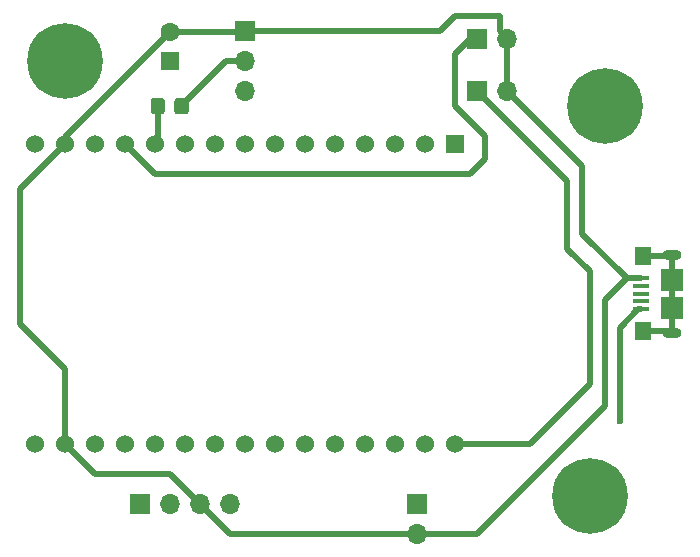
<source format=gbr>
%TF.GenerationSoftware,KiCad,Pcbnew,5.1.10*%
%TF.CreationDate,2021-10-27T21:54:33+02:00*%
%TF.ProjectId,JeanCloud_pcb_regular,4a65616e-436c-46f7-9564-5f7063625f72,rev?*%
%TF.SameCoordinates,Original*%
%TF.FileFunction,Copper,L1,Top*%
%TF.FilePolarity,Positive*%
%FSLAX46Y46*%
G04 Gerber Fmt 4.6, Leading zero omitted, Abs format (unit mm)*
G04 Created by KiCad (PCBNEW 5.1.10) date 2021-10-27 21:54:33*
%MOMM*%
%LPD*%
G01*
G04 APERTURE LIST*
%TA.AperFunction,ComponentPad*%
%ADD10C,6.400000*%
%TD*%
%TA.AperFunction,ComponentPad*%
%ADD11R,1.524000X1.524000*%
%TD*%
%TA.AperFunction,ComponentPad*%
%ADD12C,1.524000*%
%TD*%
%TA.AperFunction,SMDPad,CuDef*%
%ADD13R,1.350000X0.400000*%
%TD*%
%TA.AperFunction,ComponentPad*%
%ADD14O,1.600000X0.900000*%
%TD*%
%TA.AperFunction,SMDPad,CuDef*%
%ADD15R,1.400000X1.600000*%
%TD*%
%TA.AperFunction,SMDPad,CuDef*%
%ADD16R,1.900000X1.900000*%
%TD*%
%TA.AperFunction,ComponentPad*%
%ADD17R,1.700000X1.700000*%
%TD*%
%TA.AperFunction,ComponentPad*%
%ADD18O,1.700000X1.700000*%
%TD*%
%TA.AperFunction,ComponentPad*%
%ADD19R,1.600000X1.600000*%
%TD*%
%TA.AperFunction,ComponentPad*%
%ADD20C,1.600000*%
%TD*%
%TA.AperFunction,ViaPad*%
%ADD21C,0.600000*%
%TD*%
%TA.AperFunction,Conductor*%
%ADD22C,0.500000*%
%TD*%
G04 APERTURE END LIST*
D10*
%TO.P, ,1*%
%TO.N,N/C*%
X93980000Y-68580000D03*
%TD*%
%TO.P, ,1*%
%TO.N,N/C*%
X49530000Y-31750000D03*
%TD*%
%TO.P, ,1*%
%TO.N,N/C*%
X95250000Y-35560000D03*
%TD*%
D11*
%TO.P, ,1*%
%TO.N,Net-(U1-Pad1)*%
X82550000Y-38735000D03*
D12*
%TO.P, ,2*%
%TO.N,Net-(U1-Pad2)*%
X80010000Y-38735000D03*
%TO.P, ,3*%
%TO.N,Net-(U1-Pad3)*%
X77470000Y-38735000D03*
%TO.P, ,4*%
%TO.N,Net-(U1-Pad4)*%
X74930000Y-38735000D03*
%TO.P, ,5*%
%TO.N,Net-(U1-Pad5)*%
X72390000Y-38735000D03*
%TO.P, ,6*%
%TO.N,Net-(J4-Pad1)*%
X69850000Y-38735000D03*
%TO.P, ,7*%
%TO.N,Net-(U1-Pad7)*%
X67310000Y-38735000D03*
%TO.P, ,8*%
%TO.N,Net-(U1-Pad8)*%
X64770000Y-38735000D03*
%TO.P, ,9*%
%TO.N,Net-(U1-Pad9)*%
X62230000Y-38735000D03*
%TO.P, ,10*%
%TO.N,Net-(U1-Pad10)*%
X59690000Y-38735000D03*
%TO.P, ,11*%
%TO.N,Net-(R1-Pad2)*%
X57150000Y-38735000D03*
%TO.P, ,12*%
%TO.N,Net-(J5-Pad1)*%
X54610000Y-38735000D03*
%TO.P, ,13*%
%TO.N,Net-(U1-Pad13)*%
X52070000Y-38735000D03*
%TO.P, ,14*%
%TO.N,GND*%
X49530000Y-38735000D03*
%TO.P, ,15*%
%TO.N,5V*%
X46990000Y-38735000D03*
%TO.P, ,16*%
%TO.N,Net-(U1-Pad16)*%
X46990000Y-64135000D03*
%TO.P, ,17*%
%TO.N,GND*%
X49530000Y-64135000D03*
%TO.P, ,18*%
%TO.N,Net-(U1-Pad18)*%
X52070000Y-64135000D03*
%TO.P, ,19*%
%TO.N,Net-(U1-Pad19)*%
X54610000Y-64135000D03*
%TO.P, ,20*%
%TO.N,Net-(U1-Pad20)*%
X57150000Y-64135000D03*
%TO.P, ,21*%
%TO.N,Net-(U1-Pad21)*%
X59690000Y-64135000D03*
%TO.P, ,22*%
%TO.N,Net-(U1-Pad22)*%
X62230000Y-64135000D03*
%TO.P, ,23*%
%TO.N,Net-(J2-Pad2)*%
X64770000Y-64135000D03*
%TO.P, ,24*%
%TO.N,Net-(J2-Pad1)*%
X67310000Y-64135000D03*
%TO.P, ,25*%
%TO.N,Net-(U1-Pad25)*%
X69850000Y-64135000D03*
%TO.P, ,26*%
%TO.N,Net-(U1-Pad26)*%
X72390000Y-64135000D03*
%TO.P, ,27*%
%TO.N,Net-(U1-Pad27)*%
X74930000Y-64135000D03*
%TO.P, ,28*%
%TO.N,Net-(U1-Pad28)*%
X77470000Y-64135000D03*
%TO.P, ,29*%
%TO.N,Net-(U1-Pad29)*%
X80010000Y-64135000D03*
%TO.P, ,30*%
%TO.N,Net-(J6-Pad1)*%
X82550000Y-64135000D03*
%TD*%
D13*
%TO.P,J1,3*%
%TO.N,Net-(J1-Pad3)*%
X98290000Y-51435000D03*
%TO.P,J1,4*%
%TO.N,Net-(J1-Pad4)*%
X98290000Y-50785000D03*
%TO.P,J1,5*%
%TO.N,GND*%
X98290000Y-50135000D03*
%TO.P,J1,2*%
%TO.N,Net-(J1-Pad2)*%
X98290000Y-52085000D03*
%TO.P,J1,1*%
%TO.N,5V*%
X98290000Y-52735000D03*
D14*
%TO.P,J1,SH*%
%TO.N,Net-(J1-PadSH)*%
X100965000Y-48135000D03*
X100965000Y-54735000D03*
D15*
X98515000Y-54635000D03*
X98515000Y-48235000D03*
D16*
X100965000Y-52635000D03*
X100965000Y-50235000D03*
%TD*%
D17*
%TO.P,J2,1*%
%TO.N,Net-(J2-Pad1)*%
X55880000Y-69215000D03*
D18*
%TO.P,J2,2*%
%TO.N,Net-(J2-Pad2)*%
X58420000Y-69215000D03*
%TO.P,J2,3*%
%TO.N,GND*%
X60960000Y-69215000D03*
%TO.P,J2,4*%
%TO.N,5V*%
X63500000Y-69215000D03*
%TD*%
D17*
%TO.P,J3,1*%
%TO.N,GND*%
X64770000Y-29210000D03*
D18*
%TO.P,J3,2*%
%TO.N,Net-(J3-Pad2)*%
X64770000Y-31750000D03*
%TO.P,J3,3*%
%TO.N,5V*%
X64770000Y-34290000D03*
%TD*%
D17*
%TO.P,J4,1*%
%TO.N,Net-(J4-Pad1)*%
X79375000Y-69215000D03*
D18*
%TO.P,J4,2*%
%TO.N,GND*%
X79375000Y-71755000D03*
%TD*%
%TO.P,J5,2*%
%TO.N,GND*%
X86995000Y-29845000D03*
D17*
%TO.P,J5,1*%
%TO.N,Net-(J5-Pad1)*%
X84455000Y-29845000D03*
%TD*%
%TO.P,J6,1*%
%TO.N,Net-(J6-Pad1)*%
X84455000Y-34290000D03*
D18*
%TO.P,J6,2*%
%TO.N,GND*%
X86995000Y-34290000D03*
%TD*%
D19*
%TO.P,C1,1*%
%TO.N,5V*%
X58420000Y-31750000D03*
D20*
%TO.P,C1,2*%
%TO.N,GND*%
X58420000Y-29250000D03*
%TD*%
%TO.P,R1,1*%
%TO.N,Net-(J3-Pad2)*%
%TA.AperFunction,SMDPad,CuDef*%
G36*
G01*
X60020000Y-35109999D02*
X60020000Y-36010001D01*
G75*
G02*
X59770001Y-36260000I-249999J0D01*
G01*
X59069999Y-36260000D01*
G75*
G02*
X58820000Y-36010001I0J249999D01*
G01*
X58820000Y-35109999D01*
G75*
G02*
X59069999Y-34860000I249999J0D01*
G01*
X59770001Y-34860000D01*
G75*
G02*
X60020000Y-35109999I0J-249999D01*
G01*
G37*
%TD.AperFunction*%
%TO.P,R1,2*%
%TO.N,Net-(R1-Pad2)*%
%TA.AperFunction,SMDPad,CuDef*%
G36*
G01*
X58020000Y-35109999D02*
X58020000Y-36010001D01*
G75*
G02*
X57770001Y-36260000I-249999J0D01*
G01*
X57069999Y-36260000D01*
G75*
G02*
X56820000Y-36010001I0J249999D01*
G01*
X56820000Y-35109999D01*
G75*
G02*
X57069999Y-34860000I249999J0D01*
G01*
X57770001Y-34860000D01*
G75*
G02*
X58020000Y-35109999I0J-249999D01*
G01*
G37*
%TD.AperFunction*%
%TD*%
D21*
%TO.N,5V*%
X96520000Y-62230000D03*
%TD*%
D22*
%TO.N,GND*%
X49530000Y-64135000D02*
X49530000Y-57785000D01*
X49530000Y-57785000D02*
X45720000Y-53975000D01*
X45720000Y-42545000D02*
X49530000Y-38735000D01*
X45720000Y-53975000D02*
X45720000Y-42545000D01*
X58420000Y-66675000D02*
X60960000Y-69215000D01*
X52070000Y-66675000D02*
X58420000Y-66675000D01*
X49530000Y-64135000D02*
X52070000Y-66675000D01*
X63500000Y-71755000D02*
X60960000Y-69215000D01*
X79375000Y-71755000D02*
X63500000Y-71755000D01*
X97115000Y-50135000D02*
X93345000Y-46365000D01*
X98290000Y-50135000D02*
X97115000Y-50135000D01*
X93345000Y-40640000D02*
X86995000Y-34290000D01*
X93345000Y-46365000D02*
X93345000Y-40640000D01*
X86995000Y-34290000D02*
X86995000Y-29845000D01*
X97115000Y-50135000D02*
X95250000Y-52000000D01*
X95250000Y-52000000D02*
X95250000Y-60960000D01*
X84455000Y-71755000D02*
X79375000Y-71755000D01*
X95250000Y-60960000D02*
X84455000Y-71755000D01*
X64730000Y-29250000D02*
X64770000Y-29210000D01*
X58420000Y-29250000D02*
X64730000Y-29250000D01*
X49530000Y-38140000D02*
X49530000Y-38735000D01*
X58420000Y-29250000D02*
X49530000Y-38140000D01*
X64770000Y-29210000D02*
X81280000Y-29210000D01*
X81280000Y-29210000D02*
X82550000Y-27940000D01*
X82550000Y-27940000D02*
X86360000Y-27940000D01*
X86360000Y-29210000D02*
X86995000Y-29845000D01*
X86360000Y-27940000D02*
X86360000Y-29210000D01*
%TO.N,5V*%
X98104998Y-52735000D02*
X96520000Y-54319998D01*
X98290000Y-52735000D02*
X98104998Y-52735000D01*
X96520000Y-54319998D02*
X96520000Y-62230000D01*
%TO.N,Net-(J1-PadSH)*%
X100865000Y-48235000D02*
X100965000Y-48135000D01*
X98515000Y-48235000D02*
X100865000Y-48235000D01*
X100865000Y-54635000D02*
X100965000Y-54735000D01*
X98515000Y-54635000D02*
X100865000Y-54635000D01*
X100965000Y-54735000D02*
X100965000Y-48135000D01*
%TO.N,Net-(J3-Pad2)*%
X63230000Y-31750000D02*
X59420000Y-35560000D01*
X64770000Y-31750000D02*
X63230000Y-31750000D01*
%TO.N,Net-(J5-Pad1)*%
X83820000Y-41275000D02*
X57150000Y-41275000D01*
X85090000Y-40005000D02*
X83820000Y-41275000D01*
X82550000Y-35560000D02*
X85090000Y-38100000D01*
X85090000Y-38100000D02*
X85090000Y-40005000D01*
X82550000Y-31115000D02*
X82550000Y-35560000D01*
X57150000Y-41275000D02*
X54610000Y-38735000D01*
X83820000Y-29845000D02*
X82550000Y-31115000D01*
X84455000Y-29845000D02*
X83820000Y-29845000D01*
%TO.N,Net-(J6-Pad1)*%
X82550000Y-64135000D02*
X88900000Y-64135000D01*
X88900000Y-64135000D02*
X93980000Y-59055000D01*
X93980000Y-59055000D02*
X93980000Y-49530000D01*
X93980000Y-49530000D02*
X92075000Y-47625000D01*
X92075000Y-47625000D02*
X92075000Y-41910000D01*
X85694999Y-35529999D02*
X84455000Y-34290000D01*
X92075000Y-41910000D02*
X85694999Y-35529999D01*
%TO.N,Net-(R1-Pad2)*%
X57420000Y-38465000D02*
X57150000Y-38735000D01*
X57420000Y-35560000D02*
X57420000Y-38465000D01*
%TD*%
M02*

</source>
